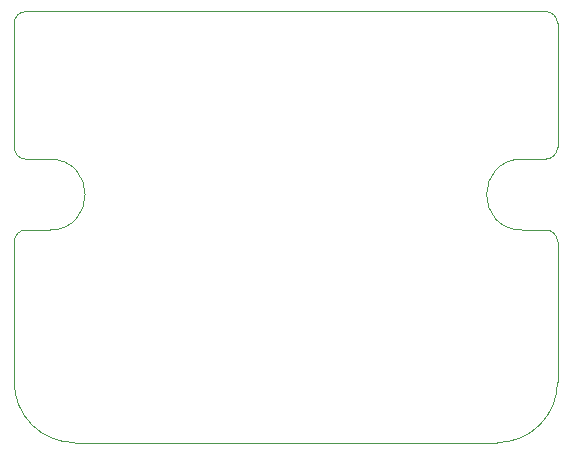
<source format=gbr>
%TF.GenerationSoftware,KiCad,Pcbnew,7.0.7*%
%TF.CreationDate,2023-12-03T17:34:17+00:00*%
%TF.ProjectId,tundraIOExpansion,74756e64-7261-4494-9f45-7870616e7369,rev?*%
%TF.SameCoordinates,Original*%
%TF.FileFunction,Profile,NP*%
%FSLAX46Y46*%
G04 Gerber Fmt 4.6, Leading zero omitted, Abs format (unit mm)*
G04 Created by KiCad (PCBNEW 7.0.7) date 2023-12-03 17:34:17*
%MOMM*%
%LPD*%
G01*
G04 APERTURE LIST*
%TA.AperFunction,Profile*%
%ADD10C,0.100000*%
%TD*%
G04 APERTURE END LIST*
D10*
X115780002Y-68090000D02*
G75*
G03*
X116780000Y-69090000I999998J-2D01*
G01*
X116780000Y-75090002D02*
G75*
G03*
X115780000Y-76090000I-2J-999998D01*
G01*
X161779998Y-76090000D02*
G75*
G03*
X160780000Y-75090000I-999998J2D01*
G01*
X160780000Y-69089998D02*
G75*
G03*
X161780000Y-68090000I2J999998D01*
G01*
X161779998Y-57590000D02*
G75*
G03*
X160780000Y-56590000I-999998J2D01*
G01*
X116780000Y-56590002D02*
G75*
G03*
X115780000Y-57590000I-2J-999998D01*
G01*
X156659000Y-93089998D02*
G75*
G03*
X161780000Y-87969000I2J5120998D01*
G01*
X115780002Y-87969000D02*
G75*
G03*
X120901000Y-93090000I5120998J-2D01*
G01*
X115780000Y-68090000D02*
X115780000Y-57590000D01*
X118780000Y-75090000D02*
X116780000Y-75090000D01*
X158780000Y-69090000D02*
X160780000Y-69090000D01*
X120901000Y-93090000D02*
X156659000Y-93090000D01*
X161780000Y-68090000D02*
X161780000Y-57590000D01*
X115780000Y-76090000D02*
X115780000Y-87969000D01*
X160780000Y-75090000D02*
X158780000Y-75090000D01*
X116780000Y-69090000D02*
X118780000Y-69090000D01*
X160780000Y-56590000D02*
X116780000Y-56590000D01*
X118780000Y-75090000D02*
G75*
G03*
X118780000Y-69090000I0J3000000D01*
G01*
X161780000Y-87969000D02*
X161780000Y-76090000D01*
X158780000Y-69090000D02*
G75*
G03*
X158780000Y-75090000I0J-3000000D01*
G01*
M02*

</source>
